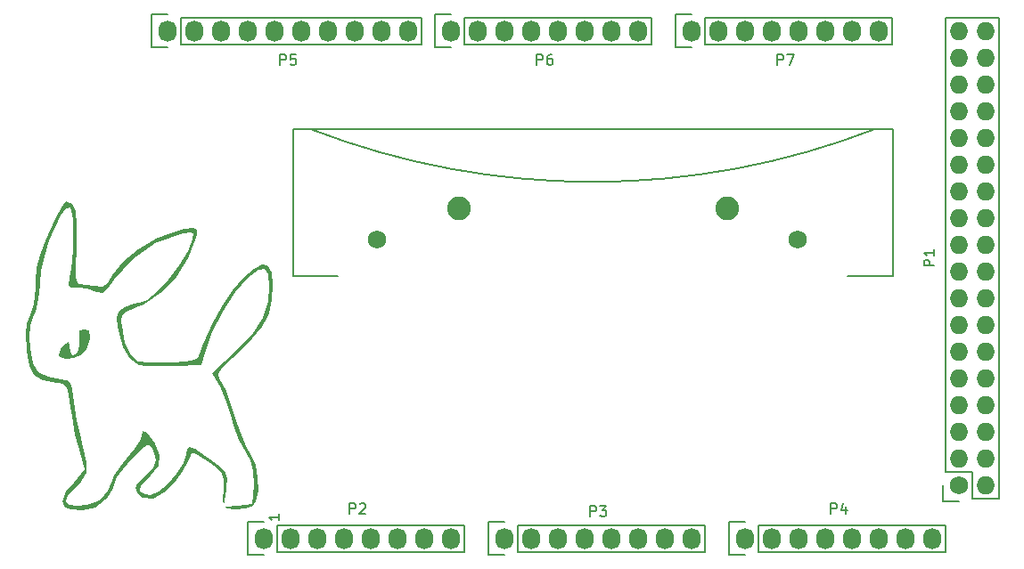
<source format=gbr>
%TF.GenerationSoftware,KiCad,Pcbnew,(6.0.4)*%
%TF.CreationDate,2022-07-18T11:06:22+02:00*%
%TF.ProjectId,GBDuino2,47424475-696e-46f3-922e-6b696361645f,rev?*%
%TF.SameCoordinates,Original*%
%TF.FileFunction,Legend,Top*%
%TF.FilePolarity,Positive*%
%FSLAX46Y46*%
G04 Gerber Fmt 4.6, Leading zero omitted, Abs format (unit mm)*
G04 Created by KiCad (PCBNEW (6.0.4)) date 2022-07-18 11:06:22*
%MOMM*%
%LPD*%
G01*
G04 APERTURE LIST*
%ADD10C,0.150000*%
%ADD11C,0.203200*%
%ADD12C,1.727200*%
%ADD13O,1.727200X1.727200*%
%ADD14O,1.727200X2.032000*%
%ADD15C,2.250000*%
%ADD16C,1.750000*%
G04 APERTURE END LIST*
D10*
X132786380Y-116808285D02*
X132786380Y-117379714D01*
X132786380Y-117094000D02*
X131786380Y-117094000D01*
X131929238Y-117189238D01*
X132024476Y-117284476D01*
X132072095Y-117379714D01*
%TO.C,P1*%
X195016380Y-93194095D02*
X194016380Y-93194095D01*
X194016380Y-92813142D01*
X194064000Y-92717904D01*
X194111619Y-92670285D01*
X194206857Y-92622666D01*
X194349714Y-92622666D01*
X194444952Y-92670285D01*
X194492571Y-92717904D01*
X194540190Y-92813142D01*
X194540190Y-93194095D01*
X195016380Y-91670285D02*
X195016380Y-92241714D01*
X195016380Y-91956000D02*
X194016380Y-91956000D01*
X194159238Y-92051238D01*
X194254476Y-92146476D01*
X194302095Y-92241714D01*
%TO.C,P2*%
X139469904Y-116784380D02*
X139469904Y-115784380D01*
X139850857Y-115784380D01*
X139946095Y-115832000D01*
X139993714Y-115879619D01*
X140041333Y-115974857D01*
X140041333Y-116117714D01*
X139993714Y-116212952D01*
X139946095Y-116260571D01*
X139850857Y-116308190D01*
X139469904Y-116308190D01*
X140422285Y-115879619D02*
X140469904Y-115832000D01*
X140565142Y-115784380D01*
X140803238Y-115784380D01*
X140898476Y-115832000D01*
X140946095Y-115879619D01*
X140993714Y-115974857D01*
X140993714Y-116070095D01*
X140946095Y-116212952D01*
X140374666Y-116784380D01*
X140993714Y-116784380D01*
%TO.C,P3*%
X162329904Y-117038380D02*
X162329904Y-116038380D01*
X162710857Y-116038380D01*
X162806095Y-116086000D01*
X162853714Y-116133619D01*
X162901333Y-116228857D01*
X162901333Y-116371714D01*
X162853714Y-116466952D01*
X162806095Y-116514571D01*
X162710857Y-116562190D01*
X162329904Y-116562190D01*
X163234666Y-116038380D02*
X163853714Y-116038380D01*
X163520380Y-116419333D01*
X163663238Y-116419333D01*
X163758476Y-116466952D01*
X163806095Y-116514571D01*
X163853714Y-116609809D01*
X163853714Y-116847904D01*
X163806095Y-116943142D01*
X163758476Y-116990761D01*
X163663238Y-117038380D01*
X163377523Y-117038380D01*
X163282285Y-116990761D01*
X163234666Y-116943142D01*
%TO.C,P4*%
X185189904Y-116784380D02*
X185189904Y-115784380D01*
X185570857Y-115784380D01*
X185666095Y-115832000D01*
X185713714Y-115879619D01*
X185761333Y-115974857D01*
X185761333Y-116117714D01*
X185713714Y-116212952D01*
X185666095Y-116260571D01*
X185570857Y-116308190D01*
X185189904Y-116308190D01*
X186618476Y-116117714D02*
X186618476Y-116784380D01*
X186380380Y-115736761D02*
X186142285Y-116451047D01*
X186761333Y-116451047D01*
%TO.C,P5*%
X132865904Y-74112380D02*
X132865904Y-73112380D01*
X133246857Y-73112380D01*
X133342095Y-73160000D01*
X133389714Y-73207619D01*
X133437333Y-73302857D01*
X133437333Y-73445714D01*
X133389714Y-73540952D01*
X133342095Y-73588571D01*
X133246857Y-73636190D01*
X132865904Y-73636190D01*
X134342095Y-73112380D02*
X133865904Y-73112380D01*
X133818285Y-73588571D01*
X133865904Y-73540952D01*
X133961142Y-73493333D01*
X134199238Y-73493333D01*
X134294476Y-73540952D01*
X134342095Y-73588571D01*
X134389714Y-73683809D01*
X134389714Y-73921904D01*
X134342095Y-74017142D01*
X134294476Y-74064761D01*
X134199238Y-74112380D01*
X133961142Y-74112380D01*
X133865904Y-74064761D01*
X133818285Y-74017142D01*
%TO.C,P6*%
X157249904Y-74112380D02*
X157249904Y-73112380D01*
X157630857Y-73112380D01*
X157726095Y-73160000D01*
X157773714Y-73207619D01*
X157821333Y-73302857D01*
X157821333Y-73445714D01*
X157773714Y-73540952D01*
X157726095Y-73588571D01*
X157630857Y-73636190D01*
X157249904Y-73636190D01*
X158678476Y-73112380D02*
X158488000Y-73112380D01*
X158392761Y-73160000D01*
X158345142Y-73207619D01*
X158249904Y-73350476D01*
X158202285Y-73540952D01*
X158202285Y-73921904D01*
X158249904Y-74017142D01*
X158297523Y-74064761D01*
X158392761Y-74112380D01*
X158583238Y-74112380D01*
X158678476Y-74064761D01*
X158726095Y-74017142D01*
X158773714Y-73921904D01*
X158773714Y-73683809D01*
X158726095Y-73588571D01*
X158678476Y-73540952D01*
X158583238Y-73493333D01*
X158392761Y-73493333D01*
X158297523Y-73540952D01*
X158249904Y-73588571D01*
X158202285Y-73683809D01*
%TO.C,P7*%
X180109904Y-74112380D02*
X180109904Y-73112380D01*
X180490857Y-73112380D01*
X180586095Y-73160000D01*
X180633714Y-73207619D01*
X180681333Y-73302857D01*
X180681333Y-73445714D01*
X180633714Y-73540952D01*
X180586095Y-73588571D01*
X180490857Y-73636190D01*
X180109904Y-73636190D01*
X181014666Y-73112380D02*
X181681333Y-73112380D01*
X181252761Y-74112380D01*
%TO.C,P1*%
X198628000Y-115316000D02*
X198628000Y-112776000D01*
X196088000Y-69596000D02*
X196088000Y-112776000D01*
X201168000Y-115316000D02*
X201168000Y-69596000D01*
X195808000Y-114046000D02*
X195808000Y-115596000D01*
X195808000Y-115596000D02*
X197358000Y-115596000D01*
X201168000Y-69596000D02*
X196088000Y-69596000D01*
X198628000Y-112776000D02*
X196088000Y-112776000D01*
X201168000Y-115316000D02*
X198628000Y-115316000D01*
%TO.C,P2*%
X150368000Y-117856000D02*
X132588000Y-117856000D01*
X150368000Y-120396000D02*
X150368000Y-117856000D01*
X132588000Y-120396000D02*
X150368000Y-120396000D01*
X132588000Y-120396000D02*
X132588000Y-117856000D01*
X131318000Y-117576000D02*
X129768000Y-117576000D01*
X129768000Y-120676000D02*
X131318000Y-120676000D01*
X129768000Y-117576000D02*
X129768000Y-120676000D01*
%TO.C,P3*%
X152628000Y-117576000D02*
X152628000Y-120676000D01*
X154178000Y-117576000D02*
X152628000Y-117576000D01*
X155448000Y-120396000D02*
X173228000Y-120396000D01*
X173228000Y-117856000D02*
X155448000Y-117856000D01*
X173228000Y-120396000D02*
X173228000Y-117856000D01*
X152628000Y-120676000D02*
X154178000Y-120676000D01*
X155448000Y-120396000D02*
X155448000Y-117856000D01*
%TO.C,P4*%
X175488000Y-120676000D02*
X177038000Y-120676000D01*
X178308000Y-120396000D02*
X196088000Y-120396000D01*
X175488000Y-117576000D02*
X175488000Y-120676000D01*
X178308000Y-120396000D02*
X178308000Y-117856000D01*
X196088000Y-117856000D02*
X178308000Y-117856000D01*
X196088000Y-120396000D02*
X196088000Y-117856000D01*
X177038000Y-117576000D02*
X175488000Y-117576000D01*
%TO.C,P5*%
X123444000Y-72136000D02*
X146304000Y-72136000D01*
X120624000Y-72416000D02*
X122174000Y-72416000D01*
X123444000Y-72136000D02*
X123444000Y-69596000D01*
X122174000Y-69316000D02*
X120624000Y-69316000D01*
X146304000Y-69596000D02*
X123444000Y-69596000D01*
X146304000Y-72136000D02*
X146304000Y-69596000D01*
X120624000Y-69316000D02*
X120624000Y-72416000D01*
%TO.C,P6*%
X147548000Y-69316000D02*
X147548000Y-72416000D01*
X168148000Y-69596000D02*
X150368000Y-69596000D01*
X168148000Y-72136000D02*
X168148000Y-69596000D01*
X150368000Y-72136000D02*
X168148000Y-72136000D01*
X149098000Y-69316000D02*
X147548000Y-69316000D01*
X147548000Y-72416000D02*
X149098000Y-72416000D01*
X150368000Y-72136000D02*
X150368000Y-69596000D01*
%TO.C,P7*%
X191008000Y-72136000D02*
X191008000Y-69596000D01*
X173228000Y-72136000D02*
X191008000Y-72136000D01*
X191008000Y-69596000D02*
X173228000Y-69596000D01*
X173228000Y-72136000D02*
X173228000Y-69596000D01*
X170408000Y-69316000D02*
X170408000Y-72416000D01*
X170408000Y-72416000D02*
X171958000Y-72416000D01*
X171958000Y-69316000D02*
X170408000Y-69316000D01*
D11*
%TO.C,J2*%
X191060000Y-94214200D02*
X186760000Y-94214200D01*
X191060000Y-80214200D02*
X191060000Y-94214200D01*
X134060000Y-80214200D02*
X191060000Y-80214200D01*
X134060000Y-94214200D02*
X134060000Y-80214200D01*
X138360000Y-94214200D02*
X134060000Y-94214200D01*
X135876949Y-80259444D02*
G75*
G03*
X189360000Y-80214200I26683051J69145244D01*
G01*
%TO.C,G\u002A\u002A\u002A*%
G36*
X114718107Y-99380214D02*
G01*
X114804852Y-99914518D01*
X114759861Y-100229831D01*
X114435514Y-101128141D01*
X114025601Y-101660816D01*
X113285132Y-102014945D01*
X112496580Y-102087203D01*
X111930579Y-101883164D01*
X111810085Y-101615184D01*
X112062470Y-100988223D01*
X112346704Y-100677014D01*
X112757889Y-100446588D01*
X112880381Y-100817393D01*
X112883324Y-100990956D01*
X113015870Y-101595809D01*
X113216963Y-101750253D01*
X113601422Y-101447148D01*
X113821778Y-100748127D01*
X113790736Y-99968635D01*
X113747527Y-99833046D01*
X113757665Y-99358878D01*
X114226426Y-99246028D01*
X114718107Y-99380214D01*
G37*
G36*
X113070830Y-87312012D02*
G01*
X113404978Y-88042182D01*
X113554445Y-89336271D01*
X113533046Y-91257395D01*
X113518247Y-91560080D01*
X113455503Y-93235442D01*
X113482985Y-94294981D01*
X113608090Y-94833557D01*
X113782823Y-94953070D01*
X114441516Y-95019052D01*
X115253394Y-95156534D01*
X115976773Y-95204120D01*
X116472869Y-94879879D01*
X116946577Y-94116215D01*
X117912808Y-92861787D01*
X119359726Y-91645545D01*
X121063677Y-90631515D01*
X122451104Y-90079259D01*
X123800129Y-89706201D01*
X124590114Y-89604737D01*
X124932780Y-89797453D01*
X124939850Y-90306932D01*
X124882141Y-90570676D01*
X124147867Y-92459742D01*
X122969203Y-94268098D01*
X121503070Y-95811801D01*
X119906391Y-96906909D01*
X119236764Y-97188116D01*
X118297746Y-97545727D01*
X117874160Y-97923013D01*
X117792276Y-98531980D01*
X117818902Y-98918370D01*
X118116586Y-100540564D01*
X118657485Y-101695929D01*
X119386397Y-102270884D01*
X119457484Y-102289860D01*
X120275915Y-102384443D01*
X121411077Y-102406366D01*
X122659111Y-102366871D01*
X123816160Y-102277199D01*
X124678365Y-102148591D01*
X125041868Y-101992288D01*
X125043375Y-101981841D01*
X125188534Y-101541159D01*
X125574065Y-100620075D01*
X126129821Y-99382787D01*
X126418863Y-98762123D01*
X127324933Y-97077007D01*
X128342046Y-95571958D01*
X129381295Y-94341177D01*
X130353770Y-93478866D01*
X131170563Y-93079227D01*
X131685815Y-93181601D01*
X132048235Y-93876933D01*
X132186558Y-95021687D01*
X132101725Y-96386104D01*
X131794679Y-97740424D01*
X131665674Y-98094842D01*
X131141144Y-98975473D01*
X130241736Y-100093656D01*
X129145157Y-101232432D01*
X128937459Y-101425674D01*
X127870768Y-102411703D01*
X127256154Y-103056895D01*
X127016392Y-103501838D01*
X127074255Y-103887119D01*
X127339882Y-104334040D01*
X127741202Y-105140969D01*
X128213151Y-106369999D01*
X128636828Y-107699464D01*
X129096991Y-109092761D01*
X129614813Y-110337140D01*
X130054872Y-111126612D01*
X130510062Y-112104329D01*
X130749620Y-113351281D01*
X130762981Y-114611167D01*
X130539582Y-115627689D01*
X130257398Y-116040717D01*
X129560160Y-116305573D01*
X128587140Y-116355479D01*
X128558102Y-116352831D01*
X127841615Y-116248631D01*
X127648419Y-116094123D01*
X128867093Y-115993784D01*
X130234028Y-115881239D01*
X130340727Y-114044395D01*
X130322926Y-112703174D01*
X130019398Y-111675037D01*
X129572466Y-110918224D01*
X128964782Y-109776212D01*
X128433778Y-108369885D01*
X128263408Y-107746618D01*
X127869665Y-106392309D01*
X127368274Y-105112693D01*
X127132808Y-104646142D01*
X126436306Y-103427947D01*
X128745896Y-101229241D01*
X130260910Y-99621272D01*
X131221129Y-98149426D01*
X131715669Y-96637885D01*
X131836414Y-95131943D01*
X131735991Y-93975214D01*
X131405575Y-93473233D01*
X130786930Y-93604290D01*
X129821818Y-94346672D01*
X129794962Y-94370876D01*
X128585319Y-95736980D01*
X127396781Y-97550654D01*
X126380139Y-99555825D01*
X125765517Y-101213633D01*
X125342059Y-102644619D01*
X122779593Y-102723211D01*
X121380284Y-102739068D01*
X120173284Y-102705138D01*
X119419515Y-102628767D01*
X119418704Y-102628592D01*
X118579714Y-102096187D01*
X117917406Y-100962512D01*
X117488725Y-99331701D01*
X117443779Y-99017217D01*
X117373782Y-98042264D01*
X117552609Y-97509737D01*
X118073327Y-97163732D01*
X118126821Y-97139048D01*
X118944058Y-96837025D01*
X119436957Y-96741802D01*
X120236875Y-96444959D01*
X121225240Y-95653457D01*
X122277090Y-94515836D01*
X123267463Y-93180636D01*
X124071396Y-91796396D01*
X124508548Y-90713302D01*
X124621825Y-90161010D01*
X124384256Y-89996069D01*
X123629764Y-90116305D01*
X123561894Y-90130904D01*
X121018557Y-91028098D01*
X118834524Y-92543854D01*
X117125618Y-94508364D01*
X116451207Y-95397402D01*
X115969039Y-95769980D01*
X115519921Y-95732872D01*
X115392178Y-95671040D01*
X114532288Y-95401909D01*
X113660010Y-95310816D01*
X112983172Y-95270577D01*
X112744001Y-95013860D01*
X112828825Y-94336670D01*
X112912464Y-93969267D01*
X113091853Y-92846801D01*
X113194890Y-91486271D01*
X113222055Y-90085250D01*
X113173828Y-88841308D01*
X113050690Y-87952019D01*
X112897041Y-87627745D01*
X112498187Y-87748053D01*
X112001540Y-88420793D01*
X111463576Y-89499731D01*
X110940772Y-90838636D01*
X110489604Y-92291274D01*
X110166546Y-93711412D01*
X110028075Y-94952818D01*
X110026559Y-95060272D01*
X109901194Y-96358035D01*
X109593170Y-97553385D01*
X109454361Y-97873774D01*
X109111378Y-98848774D01*
X109044267Y-100059886D01*
X109126586Y-101031315D01*
X109402777Y-102455506D01*
X109923316Y-103323224D01*
X110836620Y-103787028D01*
X111988958Y-103973551D01*
X112585205Y-104072096D01*
X112932579Y-104340656D01*
X113131880Y-104953793D01*
X113283907Y-106086069D01*
X113301766Y-106247030D01*
X113549669Y-107880302D01*
X113914167Y-109620479D01*
X114127576Y-110435055D01*
X114457229Y-111852072D01*
X114424291Y-112861568D01*
X113978144Y-113699920D01*
X113274206Y-114420265D01*
X112721165Y-115078482D01*
X112525578Y-115578939D01*
X112819246Y-115948243D01*
X113551944Y-116062140D01*
X114501212Y-115937911D01*
X115444587Y-115592839D01*
X115875924Y-115318654D01*
X116530940Y-114594609D01*
X116817992Y-113863831D01*
X116818535Y-113838238D01*
X117051038Y-113183481D01*
X117651464Y-112263702D01*
X118249521Y-111546845D01*
X119023932Y-110619478D01*
X119543568Y-109830169D01*
X119680507Y-109449796D01*
X119822633Y-108954238D01*
X120205614Y-109078071D01*
X120764354Y-109793904D01*
X120855487Y-109944183D01*
X121388976Y-111199456D01*
X121295208Y-112217172D01*
X120552558Y-113140744D01*
X120348296Y-113308060D01*
X119619664Y-114062611D01*
X119534050Y-114631742D01*
X120082257Y-114946447D01*
X120572035Y-114986873D01*
X121309426Y-114700168D01*
X122192663Y-113972819D01*
X123047281Y-113003969D01*
X123698816Y-111992765D01*
X123972805Y-111138350D01*
X123973465Y-111104253D01*
X124028662Y-110576592D01*
X124267856Y-110409632D01*
X124801451Y-110628768D01*
X125739852Y-111259394D01*
X126245544Y-111626870D01*
X127202447Y-112353285D01*
X127698464Y-112883728D01*
X127850841Y-113443762D01*
X127776824Y-114258953D01*
X127740581Y-114503081D01*
X127517670Y-115989557D01*
X127508995Y-115982619D01*
X127436949Y-115351250D01*
X127476516Y-114567212D01*
X127502531Y-113583722D01*
X127333210Y-112948491D01*
X126830355Y-112407947D01*
X125956094Y-111777491D01*
X125010818Y-111168925D01*
X124508152Y-110975502D01*
X124335906Y-111160558D01*
X124331211Y-111246481D01*
X124123308Y-111829068D01*
X123584051Y-112741555D01*
X122989662Y-113573781D01*
X121840132Y-114780395D01*
X120774292Y-115336698D01*
X119834868Y-115228586D01*
X119307271Y-114789336D01*
X119095329Y-114360391D01*
X119297828Y-113889541D01*
X119978960Y-113199643D01*
X120783517Y-112371194D01*
X121068334Y-111715114D01*
X120901768Y-110996253D01*
X120723693Y-110637760D01*
X120480893Y-110280795D01*
X120190752Y-110245058D01*
X119714532Y-110595716D01*
X118913496Y-111397930D01*
X118756088Y-111561927D01*
X117929227Y-112517722D01*
X117357367Y-113356204D01*
X117176282Y-113834134D01*
X116945270Y-114497455D01*
X116378142Y-115313688D01*
X116267438Y-115437711D01*
X115302370Y-116185415D01*
X114120005Y-116416710D01*
X114001710Y-116417859D01*
X113061186Y-116360115D01*
X112461806Y-116217438D01*
X112406329Y-116179361D01*
X112181418Y-115569951D01*
X112530325Y-114707911D01*
X113236028Y-113795160D01*
X114304225Y-112578551D01*
X113746400Y-110700148D01*
X113383680Y-109229386D01*
X113069939Y-107535691D01*
X112946512Y-106627549D01*
X112793267Y-105421016D01*
X112605684Y-104753452D01*
X112284349Y-104451300D01*
X111729847Y-104340999D01*
X111631211Y-104331297D01*
X110313579Y-104100193D01*
X109488758Y-103612823D01*
X109017825Y-102718721D01*
X108761855Y-101267420D01*
X108756475Y-101217720D01*
X108665344Y-99713752D01*
X108795888Y-98638011D01*
X109090884Y-97884856D01*
X109443030Y-96800848D01*
X109641495Y-95361760D01*
X109663606Y-94718415D01*
X109746590Y-93403403D01*
X110043338Y-92129364D01*
X110625543Y-90630717D01*
X110972133Y-89871072D01*
X111589999Y-88613753D01*
X112116117Y-87650997D01*
X112466521Y-87132304D01*
X112538188Y-87082647D01*
X113070830Y-87312012D01*
G37*
%TD*%
D12*
%TO.C,P1*%
X197358000Y-114046000D03*
D13*
X199898000Y-114046000D03*
X197358000Y-111506000D03*
X199898000Y-111506000D03*
X197358000Y-108966000D03*
X199898000Y-108966000D03*
X197358000Y-106426000D03*
X199898000Y-106426000D03*
X197358000Y-103886000D03*
X199898000Y-103886000D03*
X197358000Y-101346000D03*
X199898000Y-101346000D03*
X197358000Y-98806000D03*
X199898000Y-98806000D03*
X197358000Y-96266000D03*
X199898000Y-96266000D03*
X197358000Y-93726000D03*
X199898000Y-93726000D03*
X197358000Y-91186000D03*
X199898000Y-91186000D03*
X197358000Y-88646000D03*
X199898000Y-88646000D03*
X197358000Y-86106000D03*
X199898000Y-86106000D03*
X197358000Y-83566000D03*
X199898000Y-83566000D03*
X197358000Y-81026000D03*
X199898000Y-81026000D03*
X197358000Y-78486000D03*
X199898000Y-78486000D03*
X197358000Y-75946000D03*
X199898000Y-75946000D03*
X197358000Y-73406000D03*
X199898000Y-73406000D03*
X197358000Y-70866000D03*
X199898000Y-70866000D03*
%TD*%
D14*
%TO.C,P2*%
X131318000Y-119126000D03*
X133858000Y-119126000D03*
X136398000Y-119126000D03*
X138938000Y-119126000D03*
X141478000Y-119126000D03*
X144018000Y-119126000D03*
X146558000Y-119126000D03*
X149098000Y-119126000D03*
%TD*%
%TO.C,P3*%
X154178000Y-119126000D03*
X156718000Y-119126000D03*
X159258000Y-119126000D03*
X161798000Y-119126000D03*
X164338000Y-119126000D03*
X166878000Y-119126000D03*
X169418000Y-119126000D03*
X171958000Y-119126000D03*
%TD*%
%TO.C,P4*%
X177038000Y-119126000D03*
X179578000Y-119126000D03*
X182118000Y-119126000D03*
X184658000Y-119126000D03*
X187198000Y-119126000D03*
X189738000Y-119126000D03*
X192278000Y-119126000D03*
X194818000Y-119126000D03*
%TD*%
%TO.C,P5*%
X122174000Y-70866000D03*
X124714000Y-70866000D03*
X127254000Y-70866000D03*
X129794000Y-70866000D03*
X132334000Y-70866000D03*
X134874000Y-70866000D03*
X137414000Y-70866000D03*
X139954000Y-70866000D03*
X142494000Y-70866000D03*
X145034000Y-70866000D03*
%TD*%
%TO.C,P6*%
X149098000Y-70866000D03*
X151638000Y-70866000D03*
X154178000Y-70866000D03*
X156718000Y-70866000D03*
X159258000Y-70866000D03*
X161798000Y-70866000D03*
X164338000Y-70866000D03*
X166878000Y-70866000D03*
%TD*%
%TO.C,P7*%
X171958000Y-70866000D03*
X174498000Y-70866000D03*
X177038000Y-70866000D03*
X179578000Y-70866000D03*
X182118000Y-70866000D03*
X184658000Y-70866000D03*
X187198000Y-70866000D03*
X189738000Y-70866000D03*
%TD*%
D15*
%TO.C,J2*%
X175310000Y-87714200D03*
X149810000Y-87714200D03*
D16*
X182060000Y-90714200D03*
X142060000Y-90714200D03*
%TD*%
M02*

</source>
